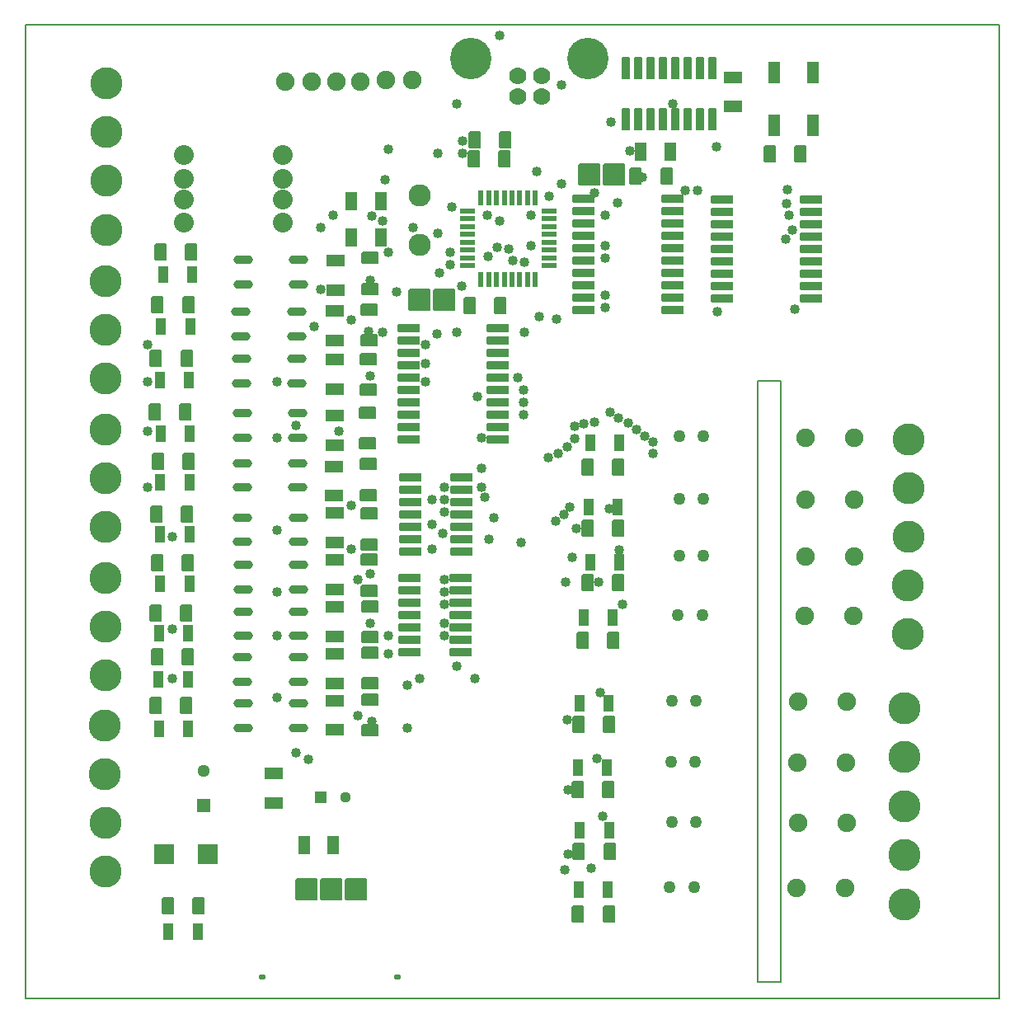
<source format=gbr>
G04 PROTEUS RS274X GERBER FILE*
%FSLAX45Y45*%
%MOMM*%
G01*
%ADD24C,1.016000*%
%ADD42C,1.778000*%
%ADD49C,4.254000*%
%AMPPAD044*
4,1,36,
-1.143000,-0.317500,
-1.143000,0.317500,
-1.140470,0.343470,
-1.133200,0.367480,
-1.121650,0.389080,
-1.106290,0.407790,
-1.087570,0.423150,
-1.065980,0.434700,
-1.041970,0.441970,
-1.016000,0.444500,
1.016000,0.444500,
1.041970,0.441970,
1.065980,0.434700,
1.087570,0.423150,
1.106290,0.407790,
1.121650,0.389080,
1.133200,0.367480,
1.140470,0.343470,
1.143000,0.317500,
1.143000,-0.317500,
1.140470,-0.343470,
1.133200,-0.367480,
1.121650,-0.389080,
1.106290,-0.407790,
1.087570,-0.423150,
1.065980,-0.434700,
1.041970,-0.441970,
1.016000,-0.444500,
-1.016000,-0.444500,
-1.041970,-0.441970,
-1.065980,-0.434700,
-1.087570,-0.423150,
-1.106290,-0.407790,
-1.121650,-0.389080,
-1.133200,-0.367480,
-1.140470,-0.343470,
-1.143000,-0.317500,
0*%
%ADD50PPAD044*%
%AMPPAD045*
4,1,4,
-0.749300,-0.279400,
-0.749300,0.279400,
0.749300,0.279400,
0.749300,-0.279400,
-0.749300,-0.279400,
0*%
%ADD51PPAD045*%
%AMPPAD046*
4,1,4,
-0.279400,0.749300,
0.279400,0.749300,
0.279400,-0.749300,
-0.279400,-0.749300,
-0.279400,0.749300,
0*%
%ADD52PPAD046*%
%ADD53C,3.302000*%
%ADD54C,1.270000*%
%ADD55C,1.905000*%
%AMPPAD050*
4,1,36,
0.317500,-1.143000,
-0.317500,-1.143000,
-0.343470,-1.140470,
-0.367480,-1.133200,
-0.389080,-1.121650,
-0.407790,-1.106290,
-0.423150,-1.087570,
-0.434700,-1.065980,
-0.441970,-1.041970,
-0.444500,-1.016000,
-0.444500,1.016000,
-0.441970,1.041970,
-0.434700,1.065980,
-0.423150,1.087570,
-0.407790,1.106290,
-0.389080,1.121650,
-0.367480,1.133200,
-0.343470,1.140470,
-0.317500,1.143000,
0.317500,1.143000,
0.343470,1.140470,
0.367480,1.133200,
0.389080,1.121650,
0.407790,1.106290,
0.423150,1.087570,
0.434700,1.065980,
0.441970,1.041970,
0.444500,1.016000,
0.444500,-1.016000,
0.441970,-1.041970,
0.434700,-1.065980,
0.423150,-1.087570,
0.407790,-1.106290,
0.389080,-1.121650,
0.367480,-1.133200,
0.343470,-1.140470,
0.317500,-1.143000,
0*%
%ADD56PPAD050*%
%AMPPAD051*
4,1,4,
-0.901700,-0.571500,
-0.901700,0.571500,
0.901700,0.571500,
0.901700,-0.571500,
-0.901700,-0.571500,
0*%
%ADD57PPAD051*%
%AMPPAD052*
4,1,36,
0.508000,-0.889000,
-0.508000,-0.889000,
-0.533970,-0.886470,
-0.557980,-0.879200,
-0.579580,-0.867650,
-0.598290,-0.852290,
-0.613650,-0.833570,
-0.625200,-0.811980,
-0.632470,-0.787970,
-0.635000,-0.762000,
-0.635000,0.762000,
-0.632470,0.787970,
-0.625200,0.811980,
-0.613650,0.833570,
-0.598290,0.852290,
-0.579580,0.867650,
-0.557980,0.879200,
-0.533970,0.886470,
-0.508000,0.889000,
0.508000,0.889000,
0.533970,0.886470,
0.557980,0.879200,
0.579580,0.867650,
0.598290,0.852290,
0.613650,0.833570,
0.625200,0.811980,
0.632470,0.787970,
0.635000,0.762000,
0.635000,-0.762000,
0.632470,-0.787970,
0.625200,-0.811980,
0.613650,-0.833570,
0.598290,-0.852290,
0.579580,-0.867650,
0.557980,-0.879200,
0.533970,-0.886470,
0.508000,-0.889000,
0*%
%ADD58PPAD052*%
%AMPPAD053*
4,1,36,
0.889000,0.508000,
0.889000,-0.508000,
0.886470,-0.533970,
0.879200,-0.557980,
0.867650,-0.579580,
0.852290,-0.598290,
0.833570,-0.613650,
0.811980,-0.625200,
0.787970,-0.632470,
0.762000,-0.635000,
-0.762000,-0.635000,
-0.787970,-0.632470,
-0.811980,-0.625200,
-0.833570,-0.613650,
-0.852290,-0.598290,
-0.867650,-0.579580,
-0.879200,-0.557980,
-0.886470,-0.533970,
-0.889000,-0.508000,
-0.889000,0.508000,
-0.886470,0.533970,
-0.879200,0.557980,
-0.867650,0.579580,
-0.852290,0.598290,
-0.833570,0.613650,
-0.811980,0.625200,
-0.787970,0.632470,
-0.762000,0.635000,
0.762000,0.635000,
0.787970,0.632470,
0.811980,0.625200,
0.833570,0.613650,
0.852290,0.598290,
0.867650,0.579580,
0.879200,0.557980,
0.886470,0.533970,
0.889000,0.508000,
0*%
%ADD59PPAD053*%
%AMPPAD022*
4,1,36,
-0.977900,-0.012700,
-0.977900,0.012700,
-0.969310,0.100990,
-0.944590,0.182630,
-0.905320,0.256060,
-0.853080,0.319680,
-0.789460,0.371920,
-0.716030,0.411190,
-0.634390,0.435910,
-0.546100,0.444500,
0.546100,0.444500,
0.634390,0.435910,
0.716030,0.411190,
0.789460,0.371920,
0.853080,0.319680,
0.905320,0.256060,
0.944590,0.182630,
0.969310,0.100990,
0.977900,0.012700,
0.977900,-0.012700,
0.969310,-0.100990,
0.944590,-0.182630,
0.905320,-0.256060,
0.853080,-0.319680,
0.789460,-0.371920,
0.716030,-0.411190,
0.634390,-0.435910,
0.546100,-0.444500,
-0.546100,-0.444500,
-0.634390,-0.435910,
-0.716030,-0.411190,
-0.789460,-0.371920,
-0.853080,-0.319680,
-0.905320,-0.256060,
-0.944590,-0.182630,
-0.969310,-0.100990,
-0.977900,-0.012700,
0*%
%ADD72PPAD022*%
%AMPPAD054*
4,1,4,
-0.546100,0.876300,
0.546100,0.876300,
0.546100,-0.876300,
-0.546100,-0.876300,
-0.546100,0.876300,
0*%
%ADD60PPAD054*%
%AMPPAD055*
4,1,4,
-0.571500,0.901700,
0.571500,0.901700,
0.571500,-0.901700,
-0.571500,-0.901700,
-0.571500,0.901700,
0*%
%ADD61PPAD055*%
%ADD62C,2.286000*%
%AMPPAD057*
4,1,4,
-0.640000,-0.640000,
-0.640000,0.640000,
0.640000,0.640000,
0.640000,-0.640000,
-0.640000,-0.640000,
0*%
%ADD63PPAD057*%
%ADD34C,1.280000*%
%AMPPAD058*
4,1,4,
-0.560000,0.560000,
0.560000,0.560000,
0.560000,-0.560000,
-0.560000,-0.560000,
-0.560000,0.560000,
0*%
%ADD64PPAD058*%
%ADD36C,1.120000*%
%AMPPAD059*
4,1,4,
1.054100,1.054100,
1.054100,-1.054100,
-1.054100,-1.054100,
-1.054100,1.054100,
1.054100,1.054100,
0*%
%ADD65PPAD059*%
%AMPPAD060*
4,1,36,
1.016000,-1.143000,
-1.016000,-1.143000,
-1.041970,-1.140470,
-1.065980,-1.133200,
-1.087580,-1.121650,
-1.106290,-1.106290,
-1.121650,-1.087570,
-1.133200,-1.065980,
-1.140470,-1.041970,
-1.143000,-1.016000,
-1.143000,1.016000,
-1.140470,1.041970,
-1.133200,1.065980,
-1.121650,1.087570,
-1.106290,1.106290,
-1.087580,1.121650,
-1.065980,1.133200,
-1.041970,1.140470,
-1.016000,1.143000,
1.016000,1.143000,
1.041970,1.140470,
1.065980,1.133200,
1.087580,1.121650,
1.106290,1.106290,
1.121650,1.087570,
1.133200,1.065980,
1.140470,1.041970,
1.143000,1.016000,
1.143000,-1.016000,
1.140470,-1.041970,
1.133200,-1.065980,
1.121650,-1.087570,
1.106290,-1.106290,
1.087580,-1.121650,
1.065980,-1.133200,
1.041970,-1.140470,
1.016000,-1.143000,
0*%
%ADD66PPAD060*%
%AMPPAD061*
4,1,48,
-0.327800,-0.100000,
-0.327800,0.100000,
-0.326900,0.118480,
-0.324260,0.136350,
-0.319960,0.153540,
-0.306710,0.185550,
-0.287780,0.213850,
-0.263850,0.237780,
-0.235550,0.256700,
-0.203550,0.269960,
-0.186350,0.274260,
-0.168480,0.276900,
-0.150000,0.277800,
0.150000,0.277800,
0.168480,0.276900,
0.186350,0.274260,
0.203550,0.269960,
0.235550,0.256700,
0.263850,0.237780,
0.287780,0.213850,
0.306710,0.185550,
0.319960,0.153540,
0.324260,0.136350,
0.326900,0.118480,
0.327800,0.100000,
0.327800,-0.100000,
0.326900,-0.118480,
0.324260,-0.136350,
0.319960,-0.153540,
0.306710,-0.185550,
0.287780,-0.213850,
0.263850,-0.237780,
0.235550,-0.256700,
0.203550,-0.269960,
0.186350,-0.274260,
0.168480,-0.276900,
0.150000,-0.277800,
-0.150000,-0.277800,
-0.168480,-0.276900,
-0.186350,-0.274260,
-0.203550,-0.269960,
-0.235550,-0.256700,
-0.263850,-0.237780,
-0.287780,-0.213850,
-0.306710,-0.185550,
-0.319960,-0.153540,
-0.324260,-0.136350,
-0.326900,-0.118480,
-0.327800,-0.100000,
0*%
%ADD67PPAD061*%
%AMPPAD062*
4,1,36,
-0.500000,1.127000,
0.500000,1.127000,
0.525970,1.124470,
0.549980,1.117200,
0.571580,1.105650,
0.590290,1.090290,
0.605650,1.071570,
0.617200,1.049980,
0.624470,1.025970,
0.627000,1.000000,
0.627000,-1.000000,
0.624470,-1.025970,
0.617200,-1.049980,
0.605650,-1.071570,
0.590290,-1.090290,
0.571580,-1.105650,
0.549980,-1.117200,
0.525970,-1.124470,
0.500000,-1.127000,
-0.500000,-1.127000,
-0.525970,-1.124470,
-0.549980,-1.117200,
-0.571580,-1.105650,
-0.590290,-1.090290,
-0.605650,-1.071570,
-0.617200,-1.049980,
-0.624470,-1.025970,
-0.627000,-1.000000,
-0.627000,1.000000,
-0.624470,1.025970,
-0.617200,1.049980,
-0.605650,1.071570,
-0.590290,1.090290,
-0.571580,1.105650,
-0.549980,1.117200,
-0.525970,1.124470,
-0.500000,1.127000,
0*%
%ADD68PPAD062*%
%ADD31C,2.032000*%
%ADD43C,0.203200*%
D24*
X-571500Y+1841500D03*
X-3746500Y+1714500D03*
X-3492500Y-1206500D03*
X-3746500Y+254000D03*
X-3746500Y+825500D03*
X-3746500Y+1333500D03*
X-3492500Y-254000D03*
X-3492500Y-1714500D03*
X-1460500Y-635000D03*
X-698500Y-825500D03*
X-381000Y-1714500D03*
X-952500Y-1714500D03*
X-190500Y-63500D03*
X-571500Y-1587500D03*
X-2222500Y-2476500D03*
X-2222500Y+889000D03*
X-1460500Y+1397000D03*
X-825500Y+127000D03*
X-825500Y-127000D03*
X-1651000Y+1968500D03*
X-1333500Y+1841500D03*
X-698500Y+254000D03*
X-889000Y+1714500D03*
X-698500Y+0D03*
X-317500Y+444500D03*
X-317500Y+762000D03*
X-698500Y-1270000D03*
X-889000Y+1524000D03*
X-889000Y+1333500D03*
X-698500Y-1143000D03*
X-1270000Y-1270000D03*
X-1587500Y-2095500D03*
X+1651000Y+4191000D03*
X-1270000Y+2667000D03*
X+1016000Y+4000500D03*
X-1651000Y-381000D03*
X-1270000Y-1460500D03*
X-1968500Y+2921000D03*
X-2413000Y-1905000D03*
X-2413000Y-190500D03*
X-2032000Y+1905000D03*
X-1016000Y+2921000D03*
X-1968500Y+2286000D03*
X-825500Y-381000D03*
X-2413000Y+1333500D03*
X-2413000Y-1270000D03*
X-2413000Y-825500D03*
X-2413000Y+762000D03*
X-127000Y+2984500D03*
X-635000Y+2667000D03*
X-1333500Y+2984500D03*
X-635000Y+2540000D03*
X+1079500Y+3175000D03*
X+952500Y+2730500D03*
X+381000Y+3238500D03*
X+952500Y+2603500D03*
X+190500Y+3048000D03*
X+952500Y+3048000D03*
X+508000Y+3365500D03*
X+254000Y+3492500D03*
X+952500Y+2095500D03*
X-508000Y+3683000D03*
X-762000Y+3683000D03*
X-127000Y+4889500D03*
X-571500Y+4191000D03*
X-254000Y+3048000D03*
X-508000Y+3810000D03*
X+1905000Y+3302000D03*
X-762000Y+2857500D03*
X-1778000Y+825500D03*
X-698500Y-698500D03*
X-1079500Y-2222500D03*
X+508000Y+4381500D03*
X-1587500Y-698500D03*
X-1460500Y-1143000D03*
X-317500Y+254000D03*
X+370000Y+560000D03*
X+655517Y-168538D03*
X+474168Y+596987D03*
X+449931Y-97960D03*
X+544842Y-723168D03*
X+883810Y-723168D03*
X+565210Y+663508D03*
X+527073Y-31936D03*
X+638407Y+753547D03*
X+586306Y+50754D03*
X+618446Y-469414D03*
X+564776Y-2132705D03*
X+638888Y+878033D03*
X+572518Y-2855720D03*
X+736506Y+906357D03*
X+570085Y-3515409D03*
X+841984Y+916463D03*
X+534981Y-3678130D03*
X+1007245Y+1025752D03*
X+996335Y+32883D03*
X+1086093Y+958544D03*
X+1098652Y-395926D03*
X+1188967Y+910209D03*
X+1134885Y-951010D03*
X+1274328Y+840704D03*
X+904105Y-1855026D03*
X+2095500Y+3746500D03*
X+2105500Y+2052000D03*
X+1359671Y+778112D03*
X+869417Y-2530270D03*
X+1445885Y+720081D03*
X+811026Y-3659624D03*
X+1441050Y+601049D03*
X+930569Y-3128787D03*
X+2821226Y+3307917D03*
X+2819699Y+3166370D03*
X+2842404Y+3044065D03*
X+2874954Y+2893344D03*
X+2803946Y+2795842D03*
X+2902313Y+2075638D03*
X+456766Y+1979175D03*
X-1270000Y+3720000D03*
X+190500Y+2730500D03*
X+4030000Y-2020240D03*
X+1778000Y+3302000D03*
X+127000Y+1841500D03*
X+276499Y+2000507D03*
X+952500Y+2222500D03*
X+123884Y+2560742D03*
X+57290Y+1374253D03*
X+3439Y+2579929D03*
X+114134Y+1248599D03*
X-33537Y+2696173D03*
X+117377Y+1123735D03*
X-151661Y+2715159D03*
X+113012Y+996294D03*
X-249339Y+2620973D03*
X-358424Y+1184536D03*
X-747954Y+2454238D03*
X-776473Y+1828315D03*
X-1187535Y+2257783D03*
X-1651000Y+63500D03*
X-698500Y-952500D03*
X-712013Y-222567D03*
X-700984Y+127086D03*
X-622829Y+3126517D03*
X-280000Y+150000D03*
X-238445Y-283489D03*
X-1079500Y-1778000D03*
X-1446296Y-2156585D03*
X-1461945Y+2374407D03*
X-1472987Y+1851654D03*
X+90500Y-320000D03*
X-2095500Y-2540000D03*
X-1841500Y+3048000D03*
X-522521Y+2320214D03*
X-1441114Y+3034702D03*
X-1308462Y+3408462D03*
X+845423Y+3269796D03*
X+1336986Y+3434158D03*
X+1209379Y+3707962D03*
D42*
X+53000Y+4268000D03*
X+301920Y+4268000D03*
X+301920Y+4479780D03*
X+53000Y+4479780D03*
D49*
X-427000Y+4649780D03*
X+773000Y+4649780D03*
D50*
X-1051350Y-680000D03*
X-1051350Y-807000D03*
X-1051350Y-934000D03*
X-1051350Y-1061000D03*
X-1051350Y-1188000D03*
X-1051350Y-1315000D03*
X-1051350Y-1442000D03*
X-530650Y-1442000D03*
X-530650Y-1315000D03*
X-530650Y-1188000D03*
X-530650Y-1061000D03*
X-530650Y-934000D03*
X-530650Y-807000D03*
X-530650Y-680000D03*
X-1041350Y+356000D03*
X-1041350Y+229000D03*
X-1041350Y+102000D03*
X-1041350Y-25000D03*
X-1041350Y-152000D03*
X-1041350Y-279000D03*
X-1041350Y-406000D03*
X-520650Y-406000D03*
X-520650Y-279000D03*
X-520650Y-152000D03*
X-520650Y-25000D03*
X-520650Y+102000D03*
X-520650Y+229000D03*
X-520650Y+356000D03*
D51*
X-463000Y+3087000D03*
X-463000Y+3007000D03*
X-463000Y+2927000D03*
X-463000Y+2847000D03*
X-463000Y+2767000D03*
X-463000Y+2687000D03*
X-463000Y+2607000D03*
X-463000Y+2527000D03*
D52*
X-323000Y+2387000D03*
X-243000Y+2387000D03*
X-163000Y+2387000D03*
X-83000Y+2387000D03*
X-3000Y+2387000D03*
X+77000Y+2387000D03*
X+157000Y+2387000D03*
X+237000Y+2387000D03*
D51*
X+377000Y+2527000D03*
X+377000Y+2607000D03*
X+377000Y+2687000D03*
X+377000Y+2767000D03*
X+377000Y+2847000D03*
X+377000Y+2927000D03*
X+377000Y+3007000D03*
X+377000Y+3087000D03*
D52*
X+237000Y+3227000D03*
X+157000Y+3227000D03*
X+77000Y+3227000D03*
X-3000Y+3227000D03*
X-83000Y+3227000D03*
X-163000Y+3227000D03*
X-243000Y+3227000D03*
X-323000Y+3227000D03*
D50*
X-1057200Y+1886500D03*
X-1057200Y+1759500D03*
X-1057200Y+1632500D03*
X-1057200Y+1505500D03*
X-1057200Y+1378500D03*
X-1057200Y+1251500D03*
X-1057200Y+1124500D03*
X-1057200Y+997500D03*
X-1057200Y+870500D03*
X-1057200Y+743500D03*
X-142800Y+743500D03*
X-142800Y+870500D03*
X-142800Y+997500D03*
X-142800Y+1124500D03*
X-142800Y+1251500D03*
X-142800Y+1378500D03*
X-142800Y+1505500D03*
X-142800Y+1632500D03*
X-142800Y+1759500D03*
X-142800Y+1886500D03*
X+731800Y+3210500D03*
X+731800Y+3083500D03*
X+731800Y+2956500D03*
X+731800Y+2829500D03*
X+731800Y+2702500D03*
X+731800Y+2575500D03*
X+731800Y+2448500D03*
X+731800Y+2321500D03*
X+731800Y+2194500D03*
X+731800Y+2067500D03*
X+1646200Y+2067500D03*
X+1646200Y+2194500D03*
X+1646200Y+2321500D03*
X+1646200Y+2448500D03*
X+1646200Y+2575500D03*
X+1646200Y+2702500D03*
X+1646200Y+2829500D03*
X+1646200Y+2956500D03*
X+1646200Y+3083500D03*
X+1646200Y+3210500D03*
X+2155800Y+3202000D03*
X+2155800Y+3075000D03*
X+2155800Y+2948000D03*
X+2155800Y+2821000D03*
X+2155800Y+2694000D03*
X+2155800Y+2567000D03*
X+2155800Y+2440000D03*
X+2155800Y+2313000D03*
X+2155800Y+2186000D03*
X+3070200Y+2186000D03*
X+3070200Y+2313000D03*
X+3070200Y+2440000D03*
X+3070200Y+2567000D03*
X+3070200Y+2694000D03*
X+3070200Y+2821000D03*
X+3070200Y+2948000D03*
X+3070200Y+3075000D03*
X+3070200Y+3202000D03*
D53*
X-4179620Y+2369000D03*
X-4179620Y+1868620D03*
X-4179620Y+1368240D03*
X-4176620Y+846000D03*
X-4176620Y+345620D03*
X-4176620Y-154760D03*
X-4179620Y-677000D03*
X-4179620Y-1177380D03*
X-4179620Y-1677760D03*
X+4029000Y-3022000D03*
X+4029000Y-2521620D03*
X+4029000Y-2021240D03*
X+4066000Y-255000D03*
X+4066000Y+245380D03*
X+4066000Y+745760D03*
D54*
X+1617000Y-3853000D03*
X+1867000Y-3853000D03*
D55*
X+2917000Y-3863000D03*
X+3417000Y-3863000D03*
D54*
X+1637000Y-3185000D03*
X+1887000Y-3185000D03*
D55*
X+2937000Y-3195000D03*
X+3437000Y-3195000D03*
D54*
X+1627000Y-2567000D03*
X+1877000Y-2567000D03*
D55*
X+2927000Y-2577000D03*
X+3427000Y-2577000D03*
D54*
X+1637000Y-1939000D03*
X+1887000Y-1939000D03*
D55*
X+2937000Y-1949000D03*
X+3437000Y-1949000D03*
D54*
X+1700000Y-1060000D03*
X+1950000Y-1060000D03*
D55*
X+3000000Y-1070000D03*
X+3500000Y-1070000D03*
D54*
X+1713000Y-451000D03*
X+1963000Y-451000D03*
D55*
X+3013000Y-461000D03*
X+3513000Y-461000D03*
D54*
X+1713000Y+131000D03*
X+1963000Y+131000D03*
D55*
X+3013000Y+121000D03*
X+3513000Y+121000D03*
D54*
X+1713000Y+773000D03*
X+1963000Y+773000D03*
D55*
X+3013000Y+763000D03*
X+3513000Y+763000D03*
D53*
X+4024000Y-4029000D03*
X+4024000Y-3528620D03*
X+4057000Y-1257000D03*
X+4057000Y-756620D03*
X-4181620Y-2194000D03*
X-4181620Y-2694380D03*
X-4180620Y-3192000D03*
X-4180620Y-3692380D03*
D56*
X+1163500Y+4029650D03*
X+1290500Y+4029650D03*
X+1417500Y+4029650D03*
X+1544500Y+4029650D03*
X+1671500Y+4029650D03*
X+1798500Y+4029650D03*
X+1925500Y+4029650D03*
X+2052500Y+4029650D03*
X+2052500Y+4550350D03*
X+1925500Y+4550350D03*
X+1798500Y+4550350D03*
X+1671500Y+4550350D03*
X+1544500Y+4550350D03*
X+1417500Y+4550350D03*
X+1290500Y+4550350D03*
X+1163500Y+4550350D03*
D57*
X-1820000Y-2240000D03*
X-1820000Y-1940000D03*
X-1820000Y-1760000D03*
X-1820000Y-1460000D03*
X-1820000Y-1280000D03*
X-1820000Y-980000D03*
X-1820000Y-798000D03*
X-1820000Y-498000D03*
X-1824000Y-314000D03*
X-1824000Y-14000D03*
X-1828000Y+164000D03*
X-1828000Y+464000D03*
X-1825000Y+686000D03*
X-1825000Y+986000D03*
X-1821000Y+1262000D03*
X-1821000Y+1562000D03*
X-1820000Y+1760000D03*
X-1820000Y+2060000D03*
X-1814000Y+2278000D03*
X-1814000Y+2578000D03*
D58*
X-72000Y+3815000D03*
X-386960Y+3815000D03*
X-75040Y+3620000D03*
X-390000Y+3620000D03*
X-434960Y+2110000D03*
X-120000Y+2110000D03*
X+1584960Y+3440000D03*
X+1270000Y+3440000D03*
D59*
X-1455000Y-1935000D03*
X-1455000Y-2249960D03*
X-1457000Y-1450000D03*
X-1457000Y-1764960D03*
X-1460000Y-975040D03*
X-1460000Y-1290000D03*
X-1466000Y-497000D03*
X-1466000Y-811960D03*
X-1466000Y-23000D03*
X-1466000Y-337960D03*
X-1479000Y+484000D03*
X-1479000Y+169040D03*
X-1481000Y+1013000D03*
X-1481000Y+698040D03*
X-1475000Y+1563000D03*
X-1475000Y+1248040D03*
X-1470000Y+2074960D03*
X-1470000Y+1760000D03*
X-1463000Y+2602000D03*
X-1463000Y+2287040D03*
D72*
X-2767000Y-1970000D03*
X-2767000Y-2220000D03*
X-2197000Y-2220000D03*
X-2197000Y-1970000D03*
D60*
X-3330000Y-2230000D03*
X-3630000Y-2230000D03*
D58*
X-3345040Y-1990000D03*
X-3660000Y-1990000D03*
D72*
X-2770000Y-1497000D03*
X-2770000Y-1747000D03*
X-2200000Y-1747000D03*
X-2200000Y-1497000D03*
D60*
X-3331000Y-1724000D03*
X-3631000Y-1724000D03*
D58*
X-3330000Y-1497000D03*
X-3644960Y-1497000D03*
D72*
X-2766000Y-1024000D03*
X-2766000Y-1274000D03*
X-2196000Y-1274000D03*
X-2196000Y-1024000D03*
D60*
X-3330000Y-1250000D03*
X-3630000Y-1250000D03*
D58*
X-3345000Y-1045000D03*
X-3659960Y-1045000D03*
D72*
X-2766000Y-546000D03*
X-2766000Y-796000D03*
X-2196000Y-796000D03*
X-2196000Y-546000D03*
D60*
X-3317000Y-738000D03*
X-3617000Y-738000D03*
D58*
X-3330000Y-530000D03*
X-3644960Y-530000D03*
D72*
X-2770000Y-61000D03*
X-2770000Y-311000D03*
X-2200000Y-311000D03*
X-2200000Y-61000D03*
D60*
X-3315000Y-235000D03*
X-3615000Y-235000D03*
D58*
X-3337000Y-25000D03*
X-3651960Y-25000D03*
D72*
X-2772000Y+500000D03*
X-2772000Y+250000D03*
X-2202000Y+250000D03*
X-2202000Y+500000D03*
D60*
X-3316000Y+302000D03*
X-3616000Y+302000D03*
D58*
X-3319000Y+515000D03*
X-3633960Y+515000D03*
D72*
X-2775000Y+1012000D03*
X-2775000Y+762000D03*
X-2205000Y+762000D03*
X-2205000Y+1012000D03*
D60*
X-3311000Y+802000D03*
X-3611000Y+802000D03*
D58*
X-3356000Y+1025000D03*
X-3670960Y+1025000D03*
D72*
X-2782000Y+1572000D03*
X-2782000Y+1322000D03*
X-2212000Y+1322000D03*
X-2212000Y+1572000D03*
D60*
X-3321000Y+1351000D03*
X-3621000Y+1351000D03*
D58*
X-3343000Y+1572000D03*
X-3657960Y+1572000D03*
D72*
X-2786000Y+2054000D03*
X-2786000Y+1804000D03*
X-2216000Y+1804000D03*
X-2216000Y+2054000D03*
D60*
X-3308000Y+1901000D03*
X-3608000Y+1901000D03*
D58*
X-3325000Y+2123000D03*
X-3639960Y+2123000D03*
D72*
X-2762000Y+2584000D03*
X-2762000Y+2334000D03*
X-2192000Y+2334000D03*
X-2192000Y+2584000D03*
D60*
X-3288000Y+2432000D03*
X-3588000Y+2432000D03*
D58*
X-3293000Y+2665000D03*
X-3607960Y+2665000D03*
D60*
X+683000Y-3881000D03*
X+983000Y-3881000D03*
D58*
X+678000Y-4132000D03*
X+992960Y-4132000D03*
D60*
X+693000Y-3274000D03*
X+993000Y-3274000D03*
D58*
X+686000Y-3495000D03*
X+1000960Y-3495000D03*
D60*
X+673000Y-2625000D03*
X+973000Y-2625000D03*
D58*
X+673000Y-2855000D03*
X+987960Y-2855000D03*
D60*
X+691000Y-1964000D03*
X+991000Y-1964000D03*
D58*
X+683000Y-2185000D03*
X+997960Y-2185000D03*
D60*
X+733000Y-1085000D03*
X+1033000Y-1085000D03*
D58*
X+723000Y-1325000D03*
X+1037960Y-1325000D03*
D60*
X+798000Y-521000D03*
X+1098000Y-521000D03*
D58*
X+773000Y-735000D03*
X+1087960Y-735000D03*
D60*
X+784000Y+47000D03*
X+1084000Y+47000D03*
D58*
X+778000Y-172000D03*
X+1092960Y-172000D03*
D60*
X+798000Y+710000D03*
X+1098000Y+710000D03*
D58*
X+778000Y+458000D03*
X+1092960Y+458000D03*
D61*
X-1650000Y+3190000D03*
X-1350000Y+3190000D03*
D62*
X-950000Y+3250000D03*
X-950000Y+2742000D03*
D61*
X-1650000Y+2820000D03*
X-1350000Y+2820000D03*
D63*
X-3170000Y-3015000D03*
D34*
X-3170000Y-2665000D03*
D57*
X-2450000Y-2990000D03*
X-2450000Y-2690000D03*
D64*
X-1965000Y-2930000D03*
D36*
X-1715000Y-2930000D03*
D61*
X-1840000Y-3420000D03*
X-2140000Y-3420000D03*
D65*
X-3580000Y-3520000D03*
X-3130000Y-3520000D03*
D55*
X-2330000Y+4420000D03*
X-2060000Y+4420000D03*
X-1810000Y+4420000D03*
X-1560000Y+4420000D03*
X-1300000Y+4430000D03*
X-1030000Y+4430000D03*
D60*
X-3230000Y-4310000D03*
X-3530000Y-4310000D03*
D58*
X-3220000Y-4050000D03*
X-3534960Y-4050000D03*
D66*
X-1606000Y-3880000D03*
X-1860000Y-3880000D03*
X-2114000Y-3880000D03*
D67*
X-2568700Y-4781720D03*
X-1178700Y-4781720D03*
D66*
X-950000Y+2170000D03*
X-696000Y+2170000D03*
X+796000Y+3460000D03*
X+1050000Y+3460000D03*
D58*
X+2960000Y+3670000D03*
X+2645040Y+3670000D03*
D68*
X+2690000Y+4510000D03*
X+2690000Y+3970000D03*
X+3090000Y+3970000D03*
X+3090000Y+4510000D03*
D57*
X+2270000Y+4460000D03*
X+2270000Y+4160000D03*
D61*
X+1320000Y+3700000D03*
X+1620000Y+3700000D03*
D53*
X-4172250Y+4397750D03*
X-4172250Y+3897370D03*
X-4172250Y+3396990D03*
X-4172250Y+2896610D03*
D31*
X-3370000Y+2970000D03*
X-2354000Y+2970000D03*
X-3370000Y+3210000D03*
X-2354000Y+3210000D03*
X-3370000Y+3660000D03*
X-2354000Y+3660000D03*
X-2360000Y+3420000D03*
X-3376000Y+3420000D03*
D43*
X-5000000Y-5000000D02*
X+5000000Y-5000000D01*
X+5000000Y+5000000D01*
X-5000000Y+5000000D01*
X-5000000Y-5000000D01*
X+2520000Y-4830000D02*
X+2760000Y-4830000D01*
X+2760000Y+1340000D01*
X+2520000Y+1340000D01*
X+2520000Y-4830000D01*
M02*

</source>
